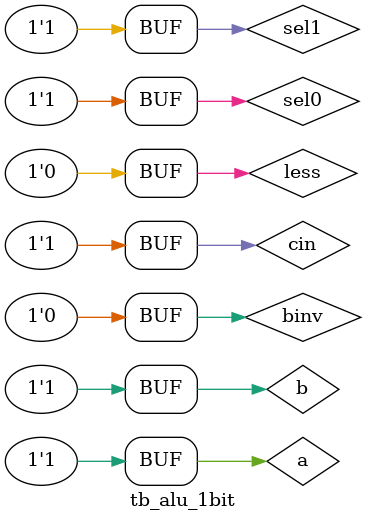
<source format=v>
`timescale 1ns / 1ps

`timescale 1ns / 1ps
module tb_alu_1bit;
// Inputs
reg a;
reg b;
reg cin;
reg binv;
reg less;
reg sel1;
reg sel0;
// Outputs
wire result;
wire co;
// Instantiate the Unit Under Test (UUT)
alu_1bit uut (
.result(result),
.co(co),
.a(a),
.b(b),
.cin(cin),
.binv(binv),
.less(less),
.sel1(sel1),
.sel0(sel0)
);
initial begin
// Initialize Inputs
a = 0;
b = 0;
cin = 0;
binv = 0;
less = 0;
sel1 = 0;
sel0 = 0;
// Wait 100 ns for global reset to finish
#100;
// Add stimulus here
a = 0; b = 0; cin = 0; binv = 0; less = 0; sel1 = 0; sel0 = 0; #50;
a = 1; b = 0; cin = 0; binv = 0; less = 0; sel1 = 0; sel0 = 0; #50;
a = 0; b = 1; cin = 0; binv = 0; less = 0; sel1 = 0; sel0 = 0; #50;
a = 1; b = 1; cin = 0; binv = 0; less = 0; sel1 = 0; sel0 = 0; #50;
a = 0; b = 0; cin = 1; binv = 0; less = 0; sel1 = 0; sel0 = 0; #50;
a = 1; b = 0; cin = 1; binv = 0; less = 0; sel1 = 0; sel0 = 0; #50;
a = 0; b = 1; cin = 1; binv = 0; less = 0; sel1 = 0; sel0 = 0; #50;
a = 1; b = 1; cin = 1; binv = 0; less = 0; sel1 = 0; sel0 = 0; #50;
a = 0; b = 0; cin = 0; binv = 0; less = 0; sel1 = 0; sel0 = 1; #50;
a = 1; b = 0; cin = 0; binv = 0; less = 0; sel1 = 0; sel0 = 1; #50;
a = 0; b = 1; cin = 0; binv = 0; less = 0; sel1 = 0; sel0 = 1; #50;
a = 1; b = 1; cin = 0; binv = 0; less = 0; sel1 = 0; sel0 = 1; #50;
a = 0; b = 0; cin = 1; binv = 0; less = 0; sel1 = 0; sel0 = 1; #50;
a = 1; b = 0; cin = 1; binv = 0; less = 0; sel1 = 0; sel0 = 1; #50;
a = 0; b = 1; cin = 1; binv = 0; less = 0; sel1 = 0; sel0 = 1; #50;
a = 1; b = 1; cin = 1; binv = 0; less = 0; sel1 = 0; sel0 = 1; #50;
a = 0; b = 0; cin = 0; binv = 0; less = 0; sel1 = 1; sel0 = 0; #50;
a = 1; b = 0; cin = 0; binv = 0; less = 0; sel1 = 1; sel0 = 0; #50;
a = 0; b = 1; cin = 0; binv = 0; less = 0; sel1 = 1; sel0 = 0; #50;
a = 1; b = 1; cin = 0; binv = 0; less = 0; sel1 = 1; sel0 = 0; #50;
a = 0; b = 0; cin = 1; binv = 0; less = 0; sel1 = 1; sel0 = 0; #50;
a = 1; b = 0; cin = 1; binv = 0; less = 0; sel1 = 1; sel0 = 0; #50;
a = 0; b = 1; cin = 1; binv = 0; less = 0; sel1 = 1; sel0 = 0; #50;
a = 1; b = 1; cin = 1; binv = 0; less = 0; sel1 = 1; sel0 = 0; #50;
a = 0; b = 0; cin = 0; binv = 0; less = 0; sel1 = 1; sel0 = 1; #50;
a = 1; b = 0; cin = 0; binv = 0; less = 0; sel1 = 1; sel0 = 1; #50;
a = 0; b = 1; cin = 0; binv = 0; less = 0; sel1 = 1; sel0 = 1; #50;
a = 1; b = 1; cin = 0; binv = 0; less = 0; sel1 = 1; sel0 = 1; #50;
a = 0; b = 0; cin = 1; binv = 0; less = 0; sel1 = 1; sel0 = 1; #50;
a = 1; b = 0; cin = 1; binv = 0; less = 0; sel1 = 1; sel0 = 1; #50;
a = 0; b = 1; cin = 1; binv = 0; less = 0; sel1 = 1; sel0 = 1; #50;
a = 1; b = 1; cin = 1; binv = 0; less = 0; sel1 = 1; sel0 = 1; #50;
end
endmodule

</source>
